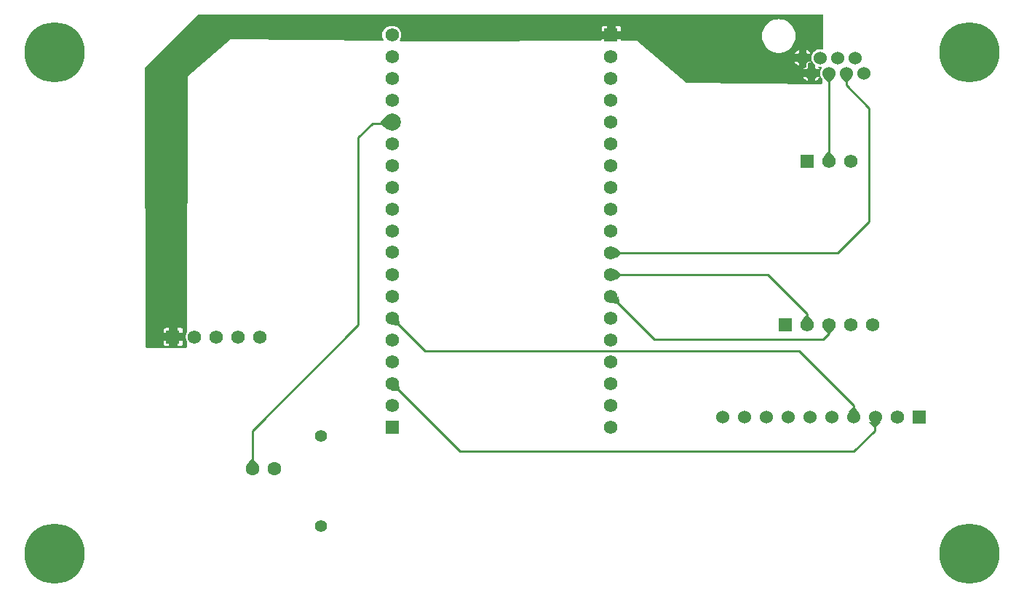
<source format=gtl>
G04 Layer: TopLayer*
G04 EasyEDA v6.5.51, 2025-09-06 07:05:30*
G04 62973c2a91a8465ca14b7521446b148e,ed13e26d4d8d426092ec29dadd734ac4,10*
G04 Gerber Generator version 0.2*
G04 Scale: 100 percent, Rotated: No, Reflected: No *
G04 Dimensions in millimeters *
G04 leading zeros omitted , absolute positions ,4 integer and 5 decimal *
%FSLAX45Y45*%
%MOMM*%

%ADD10C,0.2540*%
%ADD11C,1.2700*%
%ADD12C,1.6000*%
%ADD13C,7.0000*%
%ADD14C,1.4000*%
%ADD15C,1.5240*%
%ADD16R,1.5750X1.5750*%
%ADD17R,0.0122X1.5750*%
%ADD18C,1.5750*%
%ADD19C,2.0000*%
%ADD20R,1.5748X1.5748*%
%ADD21C,1.5748*%

%LPD*%
G36*
X6169660Y-939800D02*
G01*
X6165748Y-939037D01*
X6162446Y-936853D01*
X6160262Y-933551D01*
X6159500Y-929640D01*
X6153150Y2319883D01*
X6153912Y2323795D01*
X6156147Y2327097D01*
X6772452Y2943402D01*
X6775754Y2945638D01*
X6779666Y2946400D01*
X14036040Y2946400D01*
X14039951Y2945638D01*
X14043202Y2943402D01*
X14045438Y2940151D01*
X14046200Y2936240D01*
X14046200Y2552954D01*
X14045895Y2546400D01*
X14044726Y2542133D01*
X14041831Y2538780D01*
X14037818Y2537002D01*
X14033398Y2537053D01*
X14024508Y2539187D01*
X14010894Y2540508D01*
X13997279Y2540050D01*
X13983817Y2537815D01*
X13970812Y2533751D01*
X13958417Y2528011D01*
X13946936Y2520696D01*
X13936522Y2511907D01*
X13927378Y2501747D01*
X13919657Y2490520D01*
X13914526Y2480360D01*
X13912189Y2477363D01*
X13910259Y2476195D01*
X13910970Y2473248D01*
X13910411Y2469438D01*
X13909040Y2465476D01*
X13906347Y2452116D01*
X13905433Y2438501D01*
X13906347Y2424887D01*
X13909040Y2411526D01*
X13910411Y2407564D01*
X13910970Y2403754D01*
X13910259Y2400808D01*
X13912189Y2399639D01*
X13914526Y2396642D01*
X13919657Y2386482D01*
X13927378Y2375255D01*
X13936522Y2365095D01*
X13946327Y2356815D01*
X13949019Y2353360D01*
X13949934Y2349042D01*
X13949934Y2304948D01*
X13997279Y2304948D01*
X13996619Y2306523D01*
X13987729Y2321255D01*
X13986205Y2325370D01*
X13986560Y2329738D01*
X13988694Y2333599D01*
X13992301Y2336139D01*
X13996619Y2336952D01*
X14010894Y2336495D01*
X14018361Y2337206D01*
X14022171Y2336901D01*
X14025575Y2335174D01*
X14028115Y2332278D01*
X14029385Y2328672D01*
X14029283Y2324862D01*
X14027708Y2321356D01*
X14021663Y2312517D01*
X14016532Y2302357D01*
X14014196Y2299360D01*
X14012265Y2298192D01*
X14012976Y2295245D01*
X14012418Y2291435D01*
X14011046Y2287473D01*
X14008303Y2274112D01*
X14007439Y2260498D01*
X14008303Y2246884D01*
X14011046Y2233523D01*
X14012418Y2229561D01*
X14012976Y2225751D01*
X14012265Y2222804D01*
X14014196Y2221636D01*
X14016532Y2218639D01*
X14021663Y2208479D01*
X14029385Y2197252D01*
X14030858Y2195576D01*
X14032839Y2192426D01*
X14033500Y2188768D01*
X14033500Y2143861D01*
X14032738Y2139950D01*
X14030502Y2136648D01*
X14027150Y2134412D01*
X14023238Y2133701D01*
X12456058Y2146249D01*
X12452604Y2146909D01*
X12449556Y2148738D01*
X11875262Y2640939D01*
X11873687Y2641600D01*
X11698528Y2640634D01*
X11694617Y2641396D01*
X11691315Y2643581D01*
X11689080Y2646883D01*
X11688318Y2650794D01*
X11688318Y2658770D01*
X11628729Y2658770D01*
X11628729Y2650337D01*
X11627967Y2646476D01*
X11625783Y2643174D01*
X11622532Y2640990D01*
X11618620Y2640177D01*
X11534190Y2639720D01*
X11530279Y2640482D01*
X11526977Y2642717D01*
X11524742Y2646019D01*
X11523980Y2649880D01*
X11523980Y2658770D01*
X11465052Y2658821D01*
X11465052Y2649474D01*
X11464290Y2645613D01*
X11462105Y2642311D01*
X11458803Y2640076D01*
X11454942Y2639314D01*
X9550501Y2628900D01*
X9126270Y2633370D01*
X9122054Y2634335D01*
X9118600Y2636977D01*
X9116568Y2640838D01*
X9116314Y2645156D01*
X9117939Y2649169D01*
X9120327Y2652776D01*
X9126372Y2665069D01*
X9130792Y2678023D01*
X9133433Y2691434D01*
X9134348Y2705100D01*
X9133433Y2718765D01*
X9130792Y2732176D01*
X9126372Y2745130D01*
X9120327Y2757424D01*
X9112707Y2768803D01*
X9103664Y2779064D01*
X9093403Y2788107D01*
X9082024Y2795727D01*
X9069730Y2801772D01*
X9056776Y2806192D01*
X9043365Y2808833D01*
X9033306Y2809595D01*
X9030817Y2810103D01*
X9017000Y2810967D01*
X9003182Y2810103D01*
X8989618Y2807360D01*
X8976461Y2802940D01*
X8964066Y2796794D01*
X8952534Y2789123D01*
X8942120Y2779979D01*
X8932976Y2769565D01*
X8925306Y2758033D01*
X8919159Y2745638D01*
X8914739Y2732481D01*
X8911996Y2718917D01*
X8911132Y2705100D01*
X8911996Y2691282D01*
X8914739Y2677718D01*
X8919159Y2664561D01*
X8925306Y2652166D01*
X8927388Y2647340D01*
X8927134Y2642971D01*
X8925052Y2639110D01*
X8921546Y2636520D01*
X8917228Y2635605D01*
X7151116Y2654300D01*
X7149490Y2653741D01*
X6649364Y2223262D01*
X6648450Y2221484D01*
X6642353Y-754430D01*
X6641947Y-757377D01*
X6634327Y-772769D01*
X6629908Y-785723D01*
X6627266Y-799134D01*
X6626352Y-812800D01*
X6627266Y-826465D01*
X6629908Y-839876D01*
X6634327Y-852830D01*
X6641693Y-867867D01*
X6642150Y-870864D01*
X6642100Y-929640D01*
X6641338Y-933551D01*
X6639102Y-936802D01*
X6635851Y-939037D01*
X6631940Y-939800D01*
G37*

%LPC*%
G36*
X6535420Y-917448D02*
G01*
X6567881Y-917448D01*
X6574180Y-916736D01*
X6579666Y-914806D01*
X6584543Y-911758D01*
X6588658Y-907643D01*
X6591706Y-902766D01*
X6593636Y-897280D01*
X6594348Y-890981D01*
X6594348Y-858519D01*
X6535420Y-858519D01*
G37*
G36*
X6398818Y-917448D02*
G01*
X6431280Y-917448D01*
X6431280Y-858519D01*
X6372352Y-858519D01*
X6372352Y-890981D01*
X6373063Y-897280D01*
X6374942Y-902766D01*
X6378041Y-907643D01*
X6382156Y-911758D01*
X6387033Y-914857D01*
X6392519Y-916736D01*
G37*
G36*
X6535420Y-767080D02*
G01*
X6594348Y-767080D01*
X6594348Y-734618D01*
X6593636Y-728319D01*
X6591706Y-722833D01*
X6588658Y-717956D01*
X6584543Y-713841D01*
X6579666Y-710793D01*
X6574180Y-708863D01*
X6567881Y-708152D01*
X6535420Y-708152D01*
G37*
G36*
X6372352Y-767080D02*
G01*
X6431280Y-767080D01*
X6431280Y-708152D01*
X6398818Y-708152D01*
X6392519Y-708863D01*
X6387033Y-710742D01*
X6382156Y-713841D01*
X6378041Y-717956D01*
X6374942Y-722833D01*
X6373063Y-728319D01*
X6372352Y-734618D01*
G37*
G36*
X13949934Y2168702D02*
G01*
X13960449Y2174443D01*
X13971422Y2182520D01*
X13981226Y2192020D01*
X13989659Y2202738D01*
X13996619Y2214473D01*
X13997279Y2216048D01*
X13949934Y2216048D01*
G37*
G36*
X13861034Y2168855D02*
G01*
X13861034Y2216048D01*
X13813840Y2216048D01*
X13817650Y2208479D01*
X13825372Y2197252D01*
X13834516Y2187143D01*
X13844930Y2178304D01*
X13856462Y2170988D01*
G37*
G36*
X13813840Y2304948D02*
G01*
X13861034Y2304948D01*
X13861034Y2367127D01*
X13861948Y2371344D01*
X13864488Y2374747D01*
X13868196Y2376830D01*
X13877798Y2379726D01*
X13888110Y2381453D01*
X13894612Y2392476D01*
X13895273Y2394051D01*
X13847978Y2394051D01*
X13847978Y2331669D01*
X13847165Y2327706D01*
X13844879Y2324354D01*
X13840409Y2321814D01*
X13824508Y2317902D01*
X13821054Y2317496D01*
X13817650Y2312517D01*
G37*
G36*
X13759078Y2346858D02*
G01*
X13759078Y2394051D01*
X13711834Y2394051D01*
X13715644Y2386482D01*
X13723366Y2375255D01*
X13732510Y2365095D01*
X13742924Y2356307D01*
X13754455Y2348992D01*
G37*
G36*
X13711834Y2482951D02*
G01*
X13759078Y2482951D01*
X13759078Y2530144D01*
X13754455Y2528011D01*
X13742924Y2520696D01*
X13732510Y2511907D01*
X13723366Y2501747D01*
X13715644Y2490520D01*
G37*
G36*
X13847978Y2482951D02*
G01*
X13895273Y2482951D01*
X13894612Y2484526D01*
X13887653Y2496261D01*
X13879220Y2506980D01*
X13869416Y2516479D01*
X13858443Y2524556D01*
X13847978Y2530297D01*
G37*
G36*
X13525500Y2496616D02*
G01*
X13544702Y2497531D01*
X13563701Y2500376D01*
X13582345Y2505049D01*
X13600480Y2511501D01*
X13617854Y2519730D01*
X13634313Y2529636D01*
X13649756Y2541066D01*
X13664031Y2553970D01*
X13676934Y2568244D01*
X13688364Y2583688D01*
X13698270Y2600147D01*
X13706500Y2617520D01*
X13712951Y2635656D01*
X13717625Y2654300D01*
X13720470Y2673299D01*
X13721384Y2692501D01*
X13720470Y2711704D01*
X13717625Y2730703D01*
X13712951Y2749346D01*
X13706500Y2767482D01*
X13698270Y2784856D01*
X13688364Y2801315D01*
X13676934Y2816758D01*
X13664031Y2831033D01*
X13649756Y2843936D01*
X13634313Y2855366D01*
X13617854Y2865272D01*
X13600480Y2873502D01*
X13582345Y2879953D01*
X13563701Y2884627D01*
X13544702Y2887472D01*
X13525500Y2888386D01*
X13506297Y2887472D01*
X13487298Y2884627D01*
X13468654Y2879953D01*
X13450519Y2873502D01*
X13433145Y2865272D01*
X13416686Y2855366D01*
X13401243Y2843936D01*
X13386968Y2831033D01*
X13374065Y2816758D01*
X13362635Y2801315D01*
X13352729Y2784856D01*
X13344499Y2767482D01*
X13338048Y2749346D01*
X13333374Y2730703D01*
X13330529Y2711704D01*
X13329615Y2692501D01*
X13330529Y2673299D01*
X13333374Y2654300D01*
X13338048Y2635656D01*
X13344499Y2617520D01*
X13352729Y2600147D01*
X13362635Y2583688D01*
X13374065Y2568244D01*
X13386968Y2553970D01*
X13401243Y2541066D01*
X13416686Y2529636D01*
X13433145Y2519730D01*
X13450519Y2511501D01*
X13468654Y2505049D01*
X13487298Y2500376D01*
X13506297Y2497531D01*
G37*
G36*
X11465052Y2751175D02*
G01*
X11466322Y2751429D01*
X11523980Y2751429D01*
X11523980Y2811018D01*
X11502948Y2811018D01*
X11485168Y2809036D01*
X11479733Y2807157D01*
X11474856Y2804058D01*
X11470741Y2799943D01*
X11467642Y2795066D01*
X11465763Y2789580D01*
X11465052Y2783281D01*
G37*
G36*
X11628729Y2751429D02*
G01*
X11688318Y2751429D01*
X11688318Y2784551D01*
X11687606Y2790850D01*
X11685676Y2796336D01*
X11682628Y2801213D01*
X11678513Y2805328D01*
X11673636Y2808376D01*
X11668150Y2810306D01*
X11661851Y2811018D01*
X11628729Y2811018D01*
G37*

%LPD*%
G36*
X14579346Y-1808835D02*
G01*
X14630400Y-1868322D01*
X14655800Y-1868322D01*
X14706854Y-1808835D01*
G37*
G36*
X14389100Y-1636166D02*
G01*
X14331899Y-1689709D01*
X14458645Y-1703730D01*
X14414500Y-1638960D01*
G37*
G36*
X14389100Y-1641043D02*
G01*
X14344650Y-1694383D01*
X14458950Y-1694383D01*
X14414500Y-1641043D01*
G37*
G36*
X14592909Y-1787855D02*
G01*
X14630400Y-1846224D01*
X14655800Y-1849323D01*
X14706346Y-1801825D01*
G37*
G36*
X14096949Y1339088D02*
G01*
X14050619Y1283970D01*
X14168729Y1284020D01*
X14122349Y1339088D01*
G37*
G36*
X9096146Y-1347317D02*
G01*
X9018574Y-1438859D01*
X9091879Y-1439011D01*
X9108338Y-1419555D01*
G37*
G36*
X8957462Y1742541D02*
G01*
X8907322Y1689100D01*
X8910320Y1663700D01*
X8971432Y1623364D01*
G37*
G36*
X11635333Y225094D02*
G01*
X11635333Y105105D01*
X11691315Y152400D01*
X11691315Y177800D01*
G37*
G36*
X11635333Y-28905D02*
G01*
X11635333Y-148894D01*
X11691315Y-101600D01*
X11691315Y-76200D01*
G37*
G36*
X11662257Y-337870D02*
G01*
X11577370Y-422757D01*
X11650421Y-428904D01*
X11668404Y-410921D01*
G37*
G36*
X14122349Y1339138D02*
G01*
X14096949Y1339088D01*
X14050619Y1283970D01*
X14168729Y1284020D01*
G37*
G36*
X13843000Y-565861D02*
G01*
X13796619Y-621030D01*
X13914780Y-621030D01*
X13868400Y-565861D01*
G37*
G36*
X14050619Y-725170D02*
G01*
X14097000Y-774700D01*
X14122400Y-774700D01*
X14168780Y-725170D01*
G37*
G36*
X13843000Y-565912D02*
G01*
X13796670Y-621030D01*
X13914729Y-621030D01*
X13868400Y-565912D01*
G37*
G36*
X14050670Y-725170D02*
G01*
X14097000Y-774700D01*
X14122400Y-774700D01*
X14168729Y-725170D01*
G37*
G36*
X8956852Y1757578D02*
G01*
X8892946Y1689100D01*
X8895334Y1663700D01*
X8970822Y1608277D01*
G37*
G36*
X11621770Y224180D02*
G01*
X11621770Y106019D01*
X11676888Y152400D01*
X11676888Y177800D01*
G37*
G36*
X11621770Y-29819D02*
G01*
X11621770Y-147980D01*
X11676888Y-101600D01*
X11676888Y-76200D01*
G37*
G36*
X11647627Y-331419D02*
G01*
X11571376Y-421640D01*
X11643360Y-421843D01*
X11659819Y-402336D01*
G37*
G36*
X9108287Y-591972D02*
G01*
X9024772Y-675487D01*
X9096552Y-681685D01*
X9114485Y-663752D01*
G37*
G36*
X9108287Y-1353972D02*
G01*
X9024772Y-1437487D01*
X9096552Y-1443685D01*
X9114485Y-1425752D01*
G37*
G36*
X14052346Y2210104D02*
G01*
X14096796Y2156764D01*
X14122196Y2156764D01*
X14166646Y2210104D01*
G37*
G36*
X14256308Y2210155D02*
G01*
X14300707Y2156764D01*
X14326107Y2156764D01*
X14370608Y2210054D01*
G37*
G36*
X7391400Y-2240584D02*
G01*
X7344105Y-2296566D01*
X7464094Y-2296566D01*
X7416800Y-2240584D01*
G37*
D10*
X9017000Y-1612900D02*
G01*
X9029700Y-1612900D01*
X11582400Y-1612900D02*
G01*
X11569700Y-1612900D01*
X11582400Y-1358900D02*
G01*
X11569700Y-1358900D01*
X9017000Y-1104900D02*
G01*
X9029700Y-1104900D01*
X11582400Y-1104900D02*
G01*
X11569700Y-1104900D01*
X9017000Y-850900D02*
G01*
X9029700Y-850900D01*
X11582400Y-850900D02*
G01*
X11569700Y-850900D01*
X11582400Y-596900D02*
G01*
X11569700Y-596900D01*
X11582400Y-342900D02*
G01*
X11569700Y-342900D01*
X9017000Y-88900D02*
G01*
X9029700Y-88900D01*
X11582400Y-88900D02*
G01*
X11569700Y-88900D01*
X9017000Y419100D02*
G01*
X9029700Y419100D01*
X11582400Y419100D02*
G01*
X11569700Y419100D01*
X11582400Y673100D02*
G01*
X11569700Y673100D01*
X9017000Y1181100D02*
G01*
X9029700Y1181100D01*
X11582400Y1181100D02*
G01*
X11569700Y1181100D01*
X9017000Y1435100D02*
G01*
X9029700Y1435100D01*
X11582400Y1689100D02*
G01*
X11569700Y1689100D01*
X9017000Y1943100D02*
G01*
X9029700Y1943100D01*
X11582400Y1943100D02*
G01*
X11569700Y1943100D01*
X9017000Y2197100D02*
G01*
X9029700Y2197100D01*
X11582400Y2197100D02*
G01*
X11569700Y2197100D01*
X9017000Y2451100D02*
G01*
X9029700Y2451100D01*
X9017000Y2705100D02*
G01*
X9029700Y2705100D01*
X9017000Y1689100D02*
G01*
X9029700Y1689100D01*
X9017000Y-1866900D02*
G01*
X9029700Y-1866900D01*
X9017000Y-342900D02*
G01*
X9029700Y-342900D01*
X11582400Y2451100D02*
G01*
X11569700Y2451100D01*
X6731000Y-812800D02*
G01*
X6743700Y-812800D01*
X11569700Y1435100D02*
G01*
X11582400Y1435100D01*
X11582400Y165100D02*
G01*
X11569700Y165100D01*
D11*
X11582400Y2705100D02*
G01*
X11569700Y2705100D01*
X6489700Y-812800D02*
G01*
X6477000Y-812800D01*
D10*
X11582400Y-1866900D02*
G01*
X11569700Y-1866900D01*
X9017000Y-1358900D02*
G01*
X9029700Y-1358900D01*
X9017000Y-596900D02*
G01*
X9029700Y-596900D01*
X9017000Y673100D02*
G01*
X9029700Y673100D01*
X6985000Y-812800D02*
G01*
X6997700Y-812800D01*
X9017000Y927100D02*
G01*
X9029700Y927100D01*
X7239000Y-812800D02*
G01*
X7251700Y-812800D01*
X11582400Y927100D02*
G01*
X11569700Y927100D01*
X14643100Y-1752600D02*
G01*
X14643100Y-1905000D01*
X14401800Y-2146300D01*
X9817100Y-2146300D01*
X9029700Y-1358900D01*
X14109700Y-673100D02*
G01*
X14109700Y-774700D01*
X14046200Y-838200D01*
X12077700Y-838200D01*
X11582400Y-342900D01*
X13855700Y-673100D02*
G01*
X13855700Y-546100D01*
X13398500Y-88900D01*
X11582400Y-88900D01*
X14401800Y-1744726D02*
G01*
X14401800Y-1612900D01*
X13766800Y-977900D01*
X9410700Y-977900D01*
X9029700Y-596900D01*
X14109700Y1231900D02*
G01*
X14109445Y2260600D01*
X7404100Y-2349500D02*
G01*
X7404100Y-1905000D01*
X8636000Y-673100D01*
X8636000Y1511300D01*
X8801100Y1676400D01*
X9017000Y1676400D01*
X9029700Y1689100D01*
X14313408Y2260600D02*
G01*
X14313408Y2120392D01*
X14579600Y1854200D01*
X14579600Y533400D01*
X14211300Y165100D01*
X11582400Y165100D01*
D12*
G01*
X7404100Y-2349500D03*
G01*
X7658100Y-2349500D03*
D13*
G01*
X15746374Y2505100D03*
G01*
X15746374Y-3340100D03*
G01*
X5099989Y2505100D03*
G01*
X5099989Y-3340100D03*
D14*
G01*
X8204200Y-3014192D03*
G01*
X8204200Y-1964207D03*
D15*
G01*
X14517497Y2260498D03*
G01*
X14415490Y2438501D03*
G01*
X14313509Y2260498D03*
G01*
X14211503Y2438501D03*
G01*
X14109496Y2260498D03*
G01*
X14007490Y2438501D03*
G01*
X13905509Y2260498D03*
G01*
X13803502Y2438501D03*
D16*
G01*
X9029700Y-1866900D03*
D18*
G01*
X11569700Y-1866900D03*
G01*
X9029700Y-1612900D03*
G01*
X11569700Y-1612900D03*
G01*
X9029700Y-1358900D03*
G01*
X11569700Y-1358900D03*
G01*
X9029700Y-1104900D03*
G01*
X11569700Y-1104900D03*
G01*
X9029700Y-850900D03*
G01*
X11569700Y-850900D03*
G01*
X9029700Y-596900D03*
G01*
X11569700Y-596900D03*
G01*
X9029700Y-342900D03*
G01*
X11569700Y-342900D03*
G01*
X9029700Y-88900D03*
G01*
X11569700Y-88900D03*
G01*
X9029700Y173101D03*
G01*
X11569700Y165100D03*
G01*
X9029700Y419100D03*
G01*
X11569700Y419100D03*
G01*
X9029700Y673100D03*
G01*
X11569700Y673100D03*
G01*
X9029700Y927100D03*
G01*
X11569700Y927100D03*
G01*
X9029700Y1181100D03*
G01*
X11569700Y1181100D03*
G01*
X9029700Y1435100D03*
G01*
X11569700Y1435100D03*
D19*
G01*
X9029700Y1689100D03*
D18*
G01*
X11569700Y1689100D03*
G01*
X9029700Y1943100D03*
G01*
X11569700Y1943100D03*
G01*
X9029700Y2197100D03*
G01*
X11569700Y2197100D03*
G01*
X9029700Y2451100D03*
G01*
X11569700Y2451100D03*
G01*
X9029700Y2705100D03*
D16*
G01*
X11569700Y2705100D03*
D18*
G01*
X7239000Y-812800D03*
G01*
X6985000Y-812800D03*
G01*
X6731000Y-812800D03*
D16*
G01*
X6477000Y-812800D03*
D18*
G01*
X7493000Y-812800D03*
G01*
X14109700Y-673100D03*
G01*
X13855700Y-673100D03*
D16*
G01*
X13601700Y-673100D03*
D18*
G01*
X14363700Y-673100D03*
G01*
X14617700Y-673100D03*
D16*
G01*
X13855700Y1231900D03*
D18*
G01*
X14109700Y1231900D03*
G01*
X14363700Y1231900D03*
D20*
G01*
X15163800Y-1744802D03*
D21*
G01*
X14909800Y-1744802D03*
D15*
G01*
X14655800Y-1744802D03*
G01*
X14401800Y-1744802D03*
G01*
X14147800Y-1744802D03*
G01*
X13893800Y-1744802D03*
G01*
X13639800Y-1744802D03*
G01*
X13385800Y-1744802D03*
G01*
X13131800Y-1744802D03*
G01*
X12877800Y-1744802D03*
M02*

</source>
